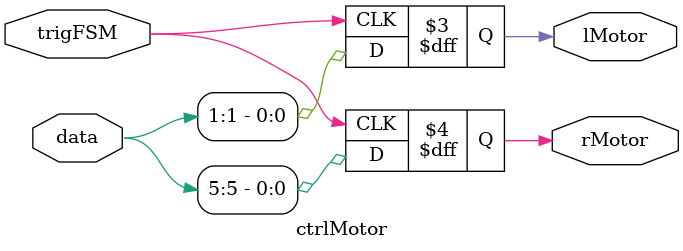
<source format=sv>
`timescale 1ns / 1ps




module ctrlMotor(
    input logic [7:0] data,
    input logic trigFSM,
    output logic lMotor,
    output logic rMotor
    );
    
    initial begin
        lMotor = 0;
        rMotor = 0;
    end
    
    always_ff @(posedge trigFSM) begin
        //These if blocks ignores any byte with errors in it
        //A byte with no errors will have the first 4 bits and last 4 bits equal
            lMotor <= data[1]; //First four bits are lMotor's bits && (data[6] == data[7])
            rMotor <= data[5]; //Second four bits are rMotor's bits
    end
endmodule

</source>
